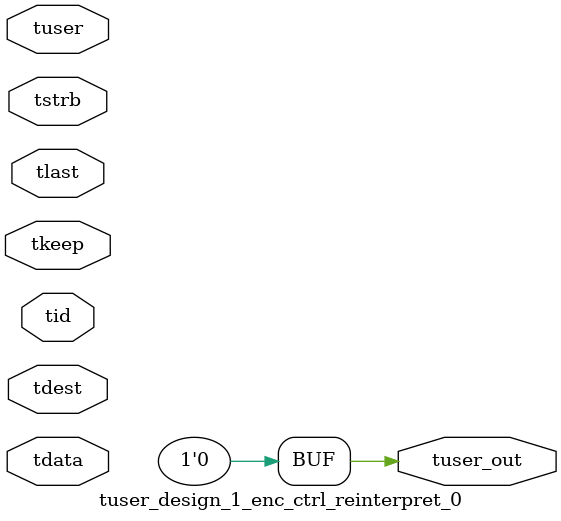
<source format=v>


`timescale 1ps/1ps

module tuser_design_1_enc_ctrl_reinterpret_0 #
(
parameter C_S_AXIS_TUSER_WIDTH = 1,
parameter C_S_AXIS_TDATA_WIDTH = 32,
parameter C_S_AXIS_TID_WIDTH   = 0,
parameter C_S_AXIS_TDEST_WIDTH = 0,
parameter C_M_AXIS_TUSER_WIDTH = 1
)
(
input  [(C_S_AXIS_TUSER_WIDTH == 0 ? 1 : C_S_AXIS_TUSER_WIDTH)-1:0     ] tuser,
input  [(C_S_AXIS_TDATA_WIDTH == 0 ? 1 : C_S_AXIS_TDATA_WIDTH)-1:0     ] tdata,
input  [(C_S_AXIS_TID_WIDTH   == 0 ? 1 : C_S_AXIS_TID_WIDTH)-1:0       ] tid,
input  [(C_S_AXIS_TDEST_WIDTH == 0 ? 1 : C_S_AXIS_TDEST_WIDTH)-1:0     ] tdest,
input  [(C_S_AXIS_TDATA_WIDTH/8)-1:0 ] tkeep,
input  [(C_S_AXIS_TDATA_WIDTH/8)-1:0 ] tstrb,
input                                                                    tlast,
output [C_M_AXIS_TUSER_WIDTH-1:0] tuser_out
);

assign tuser_out = {1'b0};

endmodule


</source>
